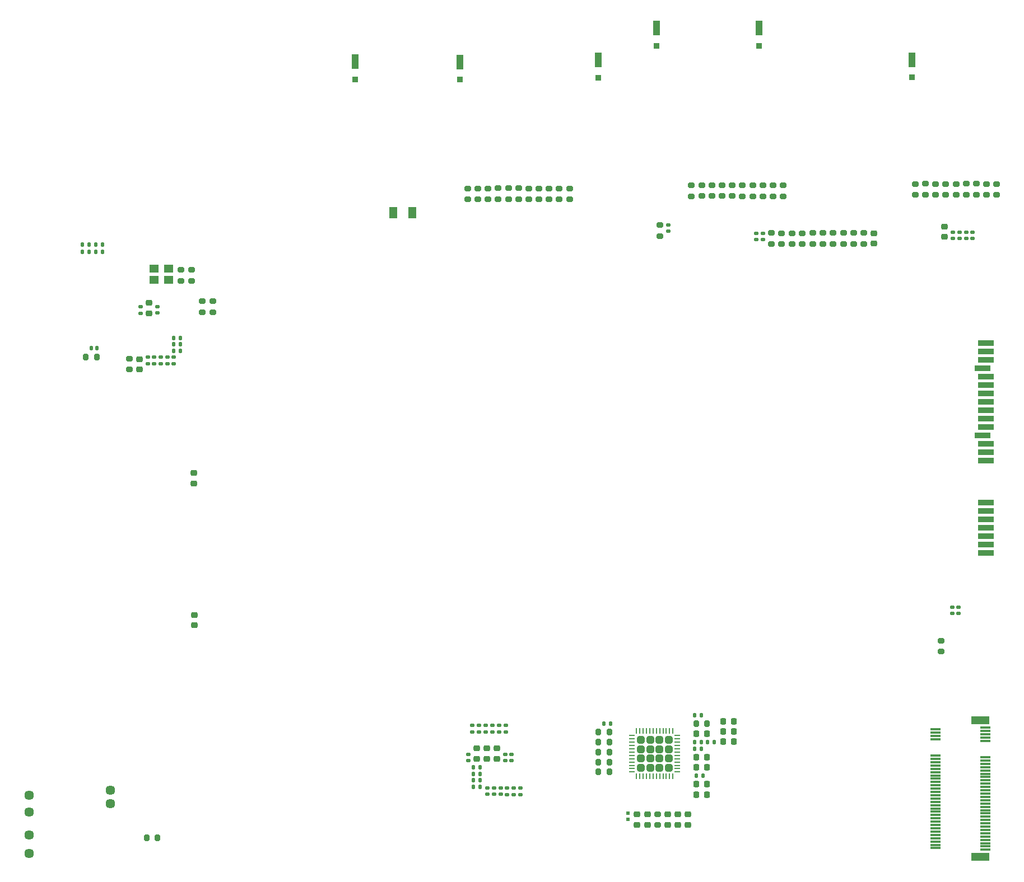
<source format=gbp>
G04 #@! TF.GenerationSoftware,KiCad,Pcbnew,8.0.0-rc1*
G04 #@! TF.CreationDate,2025-03-26T09:49:13+03:00*
G04 #@! TF.ProjectId,Movita_3566_HXV_Router_V4.1,4d6f7669-7461-45f3-9335-36365f485856,REV1*
G04 #@! TF.SameCoordinates,Original*
G04 #@! TF.FileFunction,Paste,Bot*
G04 #@! TF.FilePolarity,Positive*
%FSLAX46Y46*%
G04 Gerber Fmt 4.6, Leading zero omitted, Abs format (unit mm)*
G04 Created by KiCad (PCBNEW 8.0.0-rc1) date 2025-03-26 09:49:13*
%MOMM*%
%LPD*%
G01*
G04 APERTURE LIST*
G04 Aperture macros list*
%AMRoundRect*
0 Rectangle with rounded corners*
0 $1 Rounding radius*
0 $2 $3 $4 $5 $6 $7 $8 $9 X,Y pos of 4 corners*
0 Add a 4 corners polygon primitive as box body*
4,1,4,$2,$3,$4,$5,$6,$7,$8,$9,$2,$3,0*
0 Add four circle primitives for the rounded corners*
1,1,$1+$1,$2,$3*
1,1,$1+$1,$4,$5*
1,1,$1+$1,$6,$7*
1,1,$1+$1,$8,$9*
0 Add four rect primitives between the rounded corners*
20,1,$1+$1,$2,$3,$4,$5,0*
20,1,$1+$1,$4,$5,$6,$7,0*
20,1,$1+$1,$6,$7,$8,$9,0*
20,1,$1+$1,$8,$9,$2,$3,0*%
G04 Aperture macros list end*
%ADD10RoundRect,0.140000X0.170000X-0.140000X0.170000X0.140000X-0.170000X0.140000X-0.170000X-0.140000X0*%
%ADD11RoundRect,0.135000X-0.135000X-0.185000X0.135000X-0.185000X0.135000X0.185000X-0.135000X0.185000X0*%
%ADD12RoundRect,0.200000X0.275000X-0.200000X0.275000X0.200000X-0.275000X0.200000X-0.275000X-0.200000X0*%
%ADD13RoundRect,0.140000X-0.170000X0.140000X-0.170000X-0.140000X0.170000X-0.140000X0.170000X0.140000X0*%
%ADD14RoundRect,0.135000X0.135000X0.185000X-0.135000X0.185000X-0.135000X-0.185000X0.135000X-0.185000X0*%
%ADD15RoundRect,0.200000X-0.275000X0.200000X-0.275000X-0.200000X0.275000X-0.200000X0.275000X0.200000X0*%
%ADD16RoundRect,0.250000X-0.315000X0.315000X-0.315000X-0.315000X0.315000X-0.315000X0.315000X0.315000X0*%
%ADD17RoundRect,0.062500X-0.062500X0.375000X-0.062500X-0.375000X0.062500X-0.375000X0.062500X0.375000X0*%
%ADD18RoundRect,0.062500X-0.375000X0.062500X-0.375000X-0.062500X0.375000X-0.062500X0.375000X0.062500X0*%
%ADD19RoundRect,0.225000X0.250000X-0.225000X0.250000X0.225000X-0.250000X0.225000X-0.250000X-0.225000X0*%
%ADD20RoundRect,0.225000X-0.225000X-0.250000X0.225000X-0.250000X0.225000X0.250000X-0.225000X0.250000X0*%
%ADD21RoundRect,0.135000X-0.185000X0.135000X-0.185000X-0.135000X0.185000X-0.135000X0.185000X0.135000X0*%
%ADD22R,1.120000X2.170000*%
%ADD23R,0.850000X0.850000*%
%ADD24RoundRect,0.225000X-0.250000X0.225000X-0.250000X-0.225000X0.250000X-0.225000X0.250000X0.225000X0*%
%ADD25RoundRect,0.200000X0.200000X0.275000X-0.200000X0.275000X-0.200000X-0.275000X0.200000X-0.275000X0*%
%ADD26RoundRect,0.140000X-0.140000X-0.170000X0.140000X-0.170000X0.140000X0.170000X-0.140000X0.170000X0*%
%ADD27R,0.600000X0.550000*%
%ADD28RoundRect,0.135000X0.185000X-0.135000X0.185000X0.135000X-0.185000X0.135000X-0.185000X-0.135000X0*%
%ADD29R,1.200000X1.800000*%
%ADD30RoundRect,0.225000X0.225000X0.250000X-0.225000X0.250000X-0.225000X-0.250000X0.225000X-0.250000X0*%
%ADD31R,1.550000X0.300000*%
%ADD32R,2.750000X1.200000*%
%ADD33RoundRect,0.125000X0.125000X0.175000X-0.125000X0.175000X-0.125000X-0.175000X0.125000X-0.175000X0*%
%ADD34RoundRect,0.200000X-0.200000X-0.275000X0.200000X-0.275000X0.200000X0.275000X-0.200000X0.275000X0*%
%ADD35R,2.400000X0.900000*%
%ADD36RoundRect,0.500000X-0.200000X-0.150000X0.200000X-0.150000X0.200000X0.150000X-0.200000X0.150000X0*%
%ADD37R,1.400000X1.200000*%
G04 APERTURE END LIST*
D10*
X73040000Y-73960000D03*
X73040000Y-73000000D03*
D11*
X140580000Y-136045000D03*
X141600000Y-136045000D03*
D10*
X70530000Y-74000000D03*
X70530000Y-73040000D03*
D12*
X79890000Y-73817500D03*
X79890000Y-72167500D03*
D13*
X124940000Y-145800000D03*
X124940000Y-146760000D03*
D10*
X122960000Y-146760000D03*
X122960000Y-145800000D03*
D14*
X155290000Y-139890000D03*
X154270000Y-139890000D03*
D12*
X81440000Y-73807500D03*
X81440000Y-72157500D03*
D15*
X187620000Y-54430000D03*
X187620000Y-56080000D03*
D16*
X150340000Y-138540000D03*
X148940000Y-138540000D03*
X147540000Y-138540000D03*
X146140000Y-138540000D03*
X150340000Y-139940000D03*
X148940000Y-139940000D03*
X147540000Y-139940000D03*
X146140000Y-139940000D03*
X150340000Y-141340000D03*
X148940000Y-141340000D03*
X147540000Y-141340000D03*
X146140000Y-141340000D03*
X150340000Y-142740000D03*
X148940000Y-142740000D03*
X147540000Y-142740000D03*
X146140000Y-142740000D03*
D17*
X145490000Y-137202500D03*
X145990000Y-137202500D03*
X146490000Y-137202500D03*
X146990000Y-137202500D03*
X147490000Y-137202500D03*
X147990000Y-137202500D03*
X148490000Y-137202500D03*
X148990000Y-137202500D03*
X149490000Y-137202500D03*
X149990000Y-137202500D03*
X150490000Y-137202500D03*
X150990000Y-137202500D03*
D18*
X151677500Y-137890000D03*
X151677500Y-138390000D03*
X151677500Y-138890000D03*
X151677500Y-139390000D03*
X151677500Y-139890000D03*
X151677500Y-140390000D03*
X151677500Y-140890000D03*
X151677500Y-141390000D03*
X151677500Y-141890000D03*
X151677500Y-142390000D03*
X151677500Y-142890000D03*
X151677500Y-143390000D03*
D17*
X150990000Y-144077500D03*
X150490000Y-144077500D03*
X149990000Y-144077500D03*
X149490000Y-144077500D03*
X148990000Y-144077500D03*
X148490000Y-144077500D03*
X147990000Y-144077500D03*
X147490000Y-144077500D03*
X146990000Y-144077500D03*
X146490000Y-144077500D03*
X145990000Y-144077500D03*
X145490000Y-144077500D03*
D18*
X144802500Y-143390000D03*
X144802500Y-142890000D03*
X144802500Y-142390000D03*
X144802500Y-141890000D03*
X144802500Y-141390000D03*
X144802500Y-140890000D03*
X144802500Y-140390000D03*
X144802500Y-139890000D03*
X144802500Y-139390000D03*
X144802500Y-138890000D03*
X144802500Y-138390000D03*
X144802500Y-137890000D03*
D14*
X64770000Y-64682500D03*
X63750000Y-64682500D03*
D12*
X196850000Y-56060000D03*
X196850000Y-54410000D03*
D19*
X71790000Y-73987500D03*
X71790000Y-72437500D03*
D20*
X158610000Y-135707500D03*
X160160000Y-135707500D03*
D21*
X122690000Y-136350000D03*
X122690000Y-137370000D03*
D22*
X148490000Y-30865000D03*
D23*
X148490000Y-33545000D03*
D21*
X123710000Y-136350000D03*
X123710000Y-137370000D03*
D24*
X150200000Y-149815000D03*
X150200000Y-151365000D03*
D21*
X126930000Y-145780000D03*
X126930000Y-146800000D03*
D20*
X158622500Y-138769998D03*
X160172500Y-138769998D03*
D15*
X164580000Y-54640000D03*
X164580000Y-56290000D03*
D19*
X78610000Y-99730000D03*
X78610000Y-98180000D03*
D11*
X61740000Y-63642500D03*
X62760000Y-63642500D03*
D15*
X129190000Y-55100000D03*
X129190000Y-56750000D03*
D25*
X63910000Y-80590000D03*
X62260000Y-80590000D03*
D13*
X193340000Y-61742500D03*
X193340000Y-62702500D03*
D12*
X170540000Y-63522500D03*
X170540000Y-61872500D03*
X76630000Y-69105000D03*
X76630000Y-67455000D03*
D15*
X192240000Y-54420000D03*
X192240000Y-56070000D03*
D26*
X120850000Y-145620000D03*
X121810000Y-145620000D03*
D13*
X75540000Y-80647500D03*
X75540000Y-81607500D03*
D27*
X144175000Y-150515000D03*
X144175000Y-149665000D03*
D15*
X193770000Y-54420000D03*
X193770000Y-56070000D03*
D19*
X78630000Y-121200000D03*
X78630000Y-119650000D03*
D13*
X126610000Y-140705000D03*
X126610000Y-141665000D03*
D12*
X148680000Y-151415000D03*
X148680000Y-149765000D03*
D28*
X120670000Y-137370000D03*
X120670000Y-136350000D03*
D13*
X125620000Y-140705000D03*
X125620000Y-141665000D03*
D26*
X120860000Y-144640000D03*
X121820000Y-144640000D03*
D11*
X61740000Y-64672500D03*
X62760000Y-64672500D03*
D12*
X175210000Y-63495000D03*
X175210000Y-61845000D03*
D24*
X151720000Y-149825000D03*
X151720000Y-151375000D03*
D12*
X178320000Y-63495000D03*
X178320000Y-61845000D03*
X168970000Y-63535000D03*
X168970000Y-61885000D03*
D15*
X68830000Y-80847500D03*
X68830000Y-82497500D03*
X191520000Y-123505000D03*
X191520000Y-125155000D03*
D26*
X120860000Y-142680000D03*
X121820000Y-142680000D03*
D22*
X139730000Y-35675000D03*
D23*
X139730000Y-38355000D03*
D24*
X153240000Y-149825000D03*
X153240000Y-151375000D03*
D29*
X108730000Y-58740000D03*
X111630000Y-58740000D03*
D15*
X123060000Y-55100000D03*
X123060000Y-56750000D03*
X163040000Y-54630000D03*
X163040000Y-56280000D03*
D13*
X150330000Y-60640000D03*
X150330000Y-61600000D03*
D24*
X147150000Y-149815000D03*
X147150000Y-151365000D03*
D20*
X154545000Y-137620000D03*
X156095000Y-137620000D03*
D15*
X165850000Y-61855000D03*
X165850000Y-63505000D03*
D13*
X163580000Y-61880000D03*
X163580000Y-62840000D03*
X194320000Y-61742500D03*
X194320000Y-62702500D03*
D28*
X127940000Y-146800000D03*
X127940000Y-145780000D03*
X125930000Y-146800000D03*
X125930000Y-145780000D03*
D22*
X164040000Y-30845000D03*
D23*
X164040000Y-33525000D03*
D26*
X75560000Y-78707500D03*
X76520000Y-78707500D03*
D13*
X193190000Y-118470000D03*
X193190000Y-119430000D03*
D30*
X156095000Y-145240000D03*
X154545000Y-145240000D03*
D13*
X72590000Y-80647500D03*
X72590000Y-81607500D03*
D20*
X154560000Y-142690000D03*
X156110000Y-142690000D03*
X158617500Y-137229998D03*
X160167500Y-137229998D03*
D31*
X198240000Y-155160000D03*
X190690000Y-154910000D03*
X198240000Y-154660000D03*
X190690000Y-154410000D03*
X198240000Y-154160000D03*
X190690000Y-153910000D03*
X198240000Y-153660000D03*
X190690000Y-153410000D03*
X198240000Y-153160000D03*
X190690000Y-152910000D03*
X198240000Y-152660000D03*
X190690000Y-152410000D03*
X198240000Y-152160000D03*
X190690000Y-151910000D03*
X198240000Y-151660000D03*
X190690000Y-151410000D03*
X198240000Y-151160000D03*
X190690000Y-150910000D03*
X198240000Y-150660000D03*
X190690000Y-150410000D03*
X198240000Y-150160000D03*
X190690000Y-149910000D03*
X198240000Y-149660000D03*
X190690000Y-149410000D03*
X198240000Y-149160000D03*
X190690000Y-148910000D03*
X198240000Y-148660000D03*
X190690000Y-148410000D03*
X198240000Y-148160000D03*
X190690000Y-147910000D03*
X198240000Y-147660000D03*
X190690000Y-147410000D03*
X198240000Y-147160000D03*
X190690000Y-146910000D03*
X198240000Y-146660000D03*
X190690000Y-146410000D03*
X198240000Y-146160000D03*
X190690000Y-145910000D03*
X198240000Y-145660000D03*
X190690000Y-145410000D03*
X198240000Y-145160000D03*
X190690000Y-144910000D03*
X198240000Y-144660000D03*
X190690000Y-144410000D03*
X198240000Y-144160000D03*
X190690000Y-143910000D03*
X198240000Y-143660000D03*
X190690000Y-143410000D03*
X198240000Y-143160000D03*
X190690000Y-142910000D03*
X198240000Y-142660000D03*
X190690000Y-142410000D03*
X198240000Y-142160000D03*
X190690000Y-141910000D03*
X198240000Y-141660000D03*
X190690000Y-141410000D03*
X198240000Y-141160000D03*
X190690000Y-140910000D03*
X198240000Y-138660000D03*
X190690000Y-138410000D03*
X198240000Y-138160000D03*
X190690000Y-137910000D03*
X198240000Y-137660000D03*
X190690000Y-137410000D03*
X198240000Y-137160000D03*
X190690000Y-136910000D03*
X198240000Y-136660000D03*
D32*
X197465000Y-156260000D03*
X197465000Y-135560000D03*
D15*
X199940000Y-54440000D03*
X199940000Y-56090000D03*
X195310000Y-54410000D03*
X195310000Y-56060000D03*
X167650000Y-54640000D03*
X167650000Y-56290000D03*
X155330000Y-54620000D03*
X155330000Y-56270000D03*
X166120000Y-54630000D03*
X166120000Y-56280000D03*
D11*
X156200000Y-138890000D03*
X157220000Y-138890000D03*
D15*
X161500000Y-54630000D03*
X161500000Y-56280000D03*
D25*
X141375000Y-143400000D03*
X139725000Y-143400000D03*
D15*
X121510000Y-55100000D03*
X121510000Y-56750000D03*
X189160000Y-54415000D03*
X189160000Y-56065000D03*
D28*
X121680000Y-137370000D03*
X121680000Y-136350000D03*
D15*
X127660000Y-55090000D03*
X127660000Y-56740000D03*
X135360000Y-55125000D03*
X135360000Y-56775000D03*
D26*
X75560000Y-79687500D03*
X76520000Y-79687500D03*
D15*
X126120000Y-55090000D03*
X126120000Y-56740000D03*
D33*
X63903489Y-79290000D03*
X63103489Y-79290000D03*
D15*
X149030000Y-60650000D03*
X149030000Y-62300000D03*
D12*
X179870000Y-63505000D03*
X179870000Y-61855000D03*
D26*
X75560000Y-77727500D03*
X76520000Y-77727500D03*
D12*
X173670000Y-63505000D03*
X173670000Y-61855000D03*
D24*
X192050000Y-60892500D03*
X192050000Y-62442500D03*
D15*
X124590000Y-55065000D03*
X124590000Y-56715000D03*
D14*
X155285000Y-134840000D03*
X154265000Y-134840000D03*
D21*
X125720000Y-136350000D03*
X125720000Y-137370000D03*
D15*
X133810000Y-55125000D03*
X133810000Y-56775000D03*
D10*
X123940000Y-146760000D03*
X123940000Y-145800000D03*
D13*
X74560000Y-80647500D03*
X74560000Y-81607500D03*
D30*
X156115000Y-146790000D03*
X154565000Y-146790000D03*
D15*
X130720000Y-55105000D03*
X130720000Y-56755000D03*
D34*
X71425000Y-153370000D03*
X73075000Y-153370000D03*
D15*
X167390000Y-61875000D03*
X167390000Y-63525000D03*
D13*
X164570000Y-61880000D03*
X164570000Y-62840000D03*
D35*
X198317580Y-96260000D03*
X198317580Y-94980000D03*
X198317580Y-93710000D03*
X197817580Y-92440000D03*
X198317580Y-91170000D03*
X198317580Y-89900000D03*
X198317580Y-88630000D03*
X198317580Y-87360000D03*
X198317580Y-86090000D03*
X198317580Y-84820000D03*
X198317580Y-83550000D03*
X197817580Y-82280000D03*
X198317580Y-81010000D03*
X198317580Y-79740000D03*
X198317580Y-78470000D03*
X198317580Y-110220000D03*
X198317580Y-108950000D03*
X198317580Y-107680000D03*
X198317580Y-106410000D03*
X198317580Y-105140000D03*
X198317580Y-103870000D03*
X198317580Y-102600000D03*
D22*
X102975000Y-35945000D03*
D23*
X102975000Y-38625000D03*
D24*
X124370000Y-139840000D03*
X124370000Y-141390000D03*
D26*
X120860000Y-143665000D03*
X121820000Y-143665000D03*
D14*
X155280000Y-138880000D03*
X154260000Y-138880000D03*
D22*
X187160000Y-35630000D03*
D23*
X187160000Y-38310000D03*
D15*
X119980000Y-55125000D03*
X119980000Y-56775000D03*
D25*
X141365000Y-141880000D03*
X139715000Y-141880000D03*
X156155000Y-136100000D03*
X154505000Y-136100000D03*
D12*
X172120000Y-63510000D03*
X172120000Y-61860000D03*
D19*
X145535000Y-151380000D03*
X145535000Y-149830000D03*
D13*
X194170000Y-118470000D03*
X194170000Y-119430000D03*
D21*
X124710000Y-136350000D03*
X124710000Y-137370000D03*
D15*
X156880000Y-54620000D03*
X156880000Y-56270000D03*
D22*
X118770000Y-35985000D03*
D23*
X118770000Y-38665000D03*
D14*
X64770000Y-63642500D03*
X63750000Y-63642500D03*
D20*
X154550000Y-141150000D03*
X156100000Y-141150000D03*
D15*
X159960000Y-54620000D03*
X159960000Y-56270000D03*
D11*
X154550000Y-143960000D03*
X155570000Y-143960000D03*
D13*
X195300000Y-61742500D03*
X195300000Y-62702500D03*
X73580000Y-80647500D03*
X73580000Y-81607500D03*
D15*
X198390000Y-54430000D03*
X198390000Y-56080000D03*
X190700000Y-54425000D03*
X190700000Y-56075000D03*
X158420000Y-54620000D03*
X158420000Y-56270000D03*
D12*
X176760000Y-63495000D03*
X176760000Y-61845000D03*
D36*
X53670000Y-155755000D03*
X53670000Y-152955000D03*
X53670000Y-149455000D03*
X53670000Y-146955000D03*
X65970000Y-146155000D03*
X65970000Y-148155000D03*
D24*
X122850000Y-139835000D03*
X122850000Y-141385000D03*
X181400000Y-61915000D03*
X181400000Y-63465000D03*
X70360000Y-80922500D03*
X70360000Y-82472500D03*
D25*
X141375000Y-137325000D03*
X139725000Y-137325000D03*
D10*
X120050000Y-141685000D03*
X120050000Y-140725000D03*
D25*
X141362500Y-138840000D03*
X139712500Y-138840000D03*
D15*
X153790000Y-54640000D03*
X153790000Y-56290000D03*
X132260000Y-55125000D03*
X132260000Y-56775000D03*
D24*
X121310000Y-139830000D03*
X121310000Y-141380000D03*
D34*
X139715000Y-140365000D03*
X141365000Y-140365000D03*
D37*
X72590000Y-67240000D03*
X74790000Y-67240000D03*
X74790000Y-68940000D03*
X72590000Y-68940000D03*
D13*
X71610000Y-80647500D03*
X71610000Y-81607500D03*
X196280000Y-61742500D03*
X196280000Y-62702500D03*
D12*
X78200000Y-69075000D03*
X78200000Y-67425000D03*
M02*

</source>
